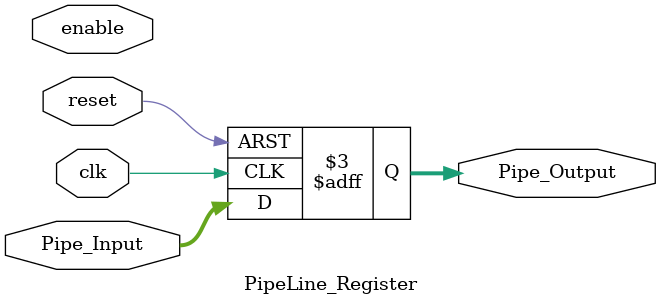
<source format=v>
/******************************************************************
* Description
*	This is a register of 32-bit that corresponds to the PC counter. 
*	This register does not have an enable signal.
* Version:
*	1.0
* Author:
*	Dr. José Luis Pizano Escalante
* email:
*	luispizano@iteso.mx
* Date:
*	01/03/2014
******************************************************************/

module PipeLine_Register
#(
	parameter N=32
)
(
	input clk,
	input reset,
	input enable,
	input  [N-1:0] Pipe_Input,
	
	
	output reg [N-1:0] Pipe_Output
);

always@(negedge reset or negedge clk) begin
	if(reset==0)
		Pipe_Output <= 'h400000; //empezaremos en la memoria de la ROM 400000
	else	
		Pipe_Output<=Pipe_Input;
end

endmodule
</source>
